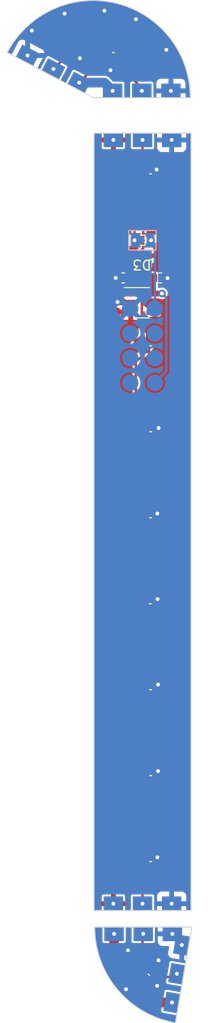
<source format=kicad_pcb>
(kicad_pcb (version 20221018) (generator pcbnew)
  (layers (0 "F.Cu" signal) (31 "B.Cu" signal) (34 "B.Paste" user) (35 "F.Paste" user) (36 "B.SilkS" user "B.Silkscreen") (37 "F.SilkS" user "F.Silkscreen") (38 "B.Mask" user) (39 "F.Mask" user) (44 "Edge.Cuts" user))
  (net 0 "")
  (net 1 "+5V")
  (net 2 "Net-(D1-DOUT)")
  (net 3 "GND")
  (net 4 "TX")
  (net 5 "Net-(D2-DOUT)")
  (net 6 "Net-(D3-DOUT)")
  (net 7 "Net-(D4-DOUT)")
  (net 8 "Net-(D5-DOUT)")
  (net 9 "Net-(D6-DOUT)")
  (net 10 "Net-(D7-DOUT)")
  (net 11 "Net-(D8-DOUT)")
  (net 12 "Net-(D10-DIN)")
  (net 13 "Net-(D1-DIN)")
  (net 14 "IO2")
  (net 15 "EN")
  (net 16 "IO0")
  (net 17 "RST")
  (net 18 "RX")
  (net 19 "+3V3")
  (net 20 "Net-(D10-DOUT)")
  (net 21 "Net-(D11-DOUT)")
  (net 22 "Net-(D11-DIN)")
  (net 23 "DIN")
  (footprint "wirmo_power:star_edge" (layer "F.Cu") (at 105.071795 92.401045 180)
    (fp_text reference "J6" hide)
    (fp_text value "Conn_01x03")
    (pad "1" smd rect (at -3 0 180) (size 2 1.5) (layers "F.Cu" "F.Paste" "F.Mask") (net 3 "GND"))
    (pad "2" smd rect (at 0 0 180) (size 2 1.5) (layers "F.Cu" "F.Paste" "F.Mask") (net 22 "Net-(D11-DIN)"))
    (pad "3" smd rect (at 3 0 180) (size 2 1.5) (layers "F.Cu" "F.Paste" "F.Mask") (net 1 "+5V"))
  )
  (footprint "wirmo_power:star_edge" (layer "F.Cu") (at 108.539356 96.51162 80.3)
    (fp_text reference "J7" hide)
    (fp_text value "Conn_01x03")
    (pad "1" smd rect (at -3 0 80.3) (size 2 1.5) (layers "F.Cu" "F.Paste" "F.Mask") (net 1 "+5V"))
    (pad "2" smd rect (at 0 0 80.3) (size 2 1.5) (layers "F.Cu" "F.Paste" "F.Mask") (net 21 "Net-(D11-DOUT)"))
    (pad "3" smd rect (at 3 0 80.3) (size 2 1.5) (layers "F.Cu" "F.Paste" "F.Mask") (net 3 "GND"))
  )
  (footprint "wirmo_power:1615RGBC" (layer "F.Cu") (at 104.935 84.972875 180)
    (fp_text reference "D10" hide)
    (fp_text value "WS2812B")
    (fp_line (start -0.8 0) (end -1 0) (stroke (width 0.12)) (layer "F.SilkS"))
    (pad "1" smd rect (at 0.625 -0.425 180) (size 0.45 0.65) (layers "F.Cu" "F.Paste" "F.Mask") (net 1 "+5V"))
    (pad "2" smd rect (at -0.625 -0.425 180) (size 0.45 0.65) (layers "F.Cu" "F.Paste" "F.Mask") (net 20 "Net-(D10-DOUT)"))
    (pad "3" smd rect (at -0.625 0.425 180) (size 0.45 0.65) (layers "F.Cu" "F.Paste" "F.Mask") (net 3 "GND"))
    (pad "4" smd rect (at 0.625 0.425 180) (size 0.45 0.65) (layers "F.Cu" "F.Paste" "F.Mask") (net 12 "Net-(D10-DIN)"))
  )
  (footprint "wirmo_power:1615RGBC" (layer "F.Cu") (at 101.121904 1.495371 166.15)
    (fp_text reference "D1" hide)
    (fp_text value "WS2812B")
    (fp_line (start -0.8 0) (end -1 0) (stroke (width 0.12)) (layer "F.SilkS"))
    (pad "1" smd rect (at 0.625 -0.425 166.15) (size 0.45 0.65) (layers "F.Cu" "F.Paste" "F.Mask") (net 1 "+5V"))
    (pad "2" smd rect (at -0.625 -0.425 166.15) (size 0.45 0.65) (layers "F.Cu" "F.Paste" "F.Mask") (net 2 "Net-(D1-DOUT)"))
    (pad "3" smd rect (at -0.625 0.425 166.15) (size 0.45 0.65) (layers "F.Cu" "F.Paste" "F.Mask") (net 3 "GND"))
    (pad "4" smd rect (at 0.625 0.425 166.15) (size 0.45 0.65) (layers "F.Cu" "F.Paste" "F.Mask") (net 13 "Net-(D1-DIN)"))
  )
  (footprint "wirmo_power:star_edge" (layer "F.Cu") (at 105 89.3)
    (fp_text reference "J5" hide)
    (fp_text value "Conn_01x03")
    (pad "1" smd rect (at -3 0) (size 2 1.5) (layers "F.Cu" "F.Paste" "F.Mask") (net 1 "+5V"))
    (pad "2" smd rect (at 0 0) (size 2 1.5) (layers "F.Cu" "F.Paste" "F.Mask") (net 20 "Net-(D10-DOUT)"))
    (pad "3" smd rect (at 3 0) (size 2 1.5) (layers "F.Cu" "F.Paste" "F.Mask") (net 3 "GND"))
  )
  (footprint "Resistor_SMD:R_0603_1608Metric" (layer "F.Cu") (at 105 21.025 180)
    (fp_text reference "R1" hide)
    (fp_text value "200")
    (fp_line (start -0.237258 -0.5225) (end 0.237258 -0.5225) (stroke (width 0.12)) (layer "F.SilkS"))
    (fp_line (start -0.237258 0.5225) (end 0.237258 0.5225) (stroke (width 0.12)) (layer "F.SilkS"))
    (pad "1" smd roundrect (at -0.825 0 180) (size 0.8 0.95) (layers "F.Cu" "F.Paste" "F.Mask") (net 4 "TX"))
    (pad "2" smd roundrect (at 0.825 0 180) (size 0.8 0.95) (layers "F.Cu" "F.Paste" "F.Mask") (net 23 "DIN"))
  )
  (footprint "wirmo_power:1615RGBC" (layer "F.Cu") (at 104.935 23.034292 180)
    (fp_text reference "D3" (at 0 -0.5 180 unlocked) (layer "F.SilkS"))
    (fp_text value "WS2812B")
    (fp_line (start -0.8 0) (end -1 0) (stroke (width 0.12)) (layer "F.SilkS"))
    (pad "1" smd rect (at 0.625 -0.425 180) (size 0.45 0.65) (layers "F.Cu" "F.Paste" "F.Mask") (net 1 "+5V"))
    (pad "2" smd rect (at -0.625 -0.425 180) (size 0.45 0.65) (layers "F.Cu" "F.Paste" "F.Mask") (net 6 "Net-(D3-DOUT)"))
    (pad "3" smd rect (at -0.625 0.425 180) (size 0.45 0.65) (layers "F.Cu" "F.Paste" "F.Mask") (net 3 "GND"))
    (pad "4" smd rect (at 0.625 0.425 180) (size 0.45 0.65) (layers "F.Cu" "F.Paste" "F.Mask") (net 5 "Net-(D2-DOUT)"))
  )
  (footprint "Capacitor_SMD:C_0603_1608Metric" (layer "F.Cu") (at 103.0125 24.9 180)
    (fp_text reference "C1" hide)
    (fp_text value "1u")
    (fp_line (start -0.14058 -0.51) (end 0.14058 -0.51) (stroke (width 0.12)) (layer "F.SilkS"))
    (fp_line (start -0.14058 0.51) (end 0.14058 0.51) (stroke (width 0.12)) (layer "F.SilkS"))
    (pad "1" smd roundrect (at -0.775 0 180) (size 0.9 0.95) (layers "F.Cu" "F.Paste" "F.Mask") (net 1 "+5V"))
    (pad "2" smd roundrect (at 0.775 0 180) (size 0.9 0.95) (layers "F.Cu" "F.Paste" "F.Mask") (net 3 "GND"))
  )
  (footprint "wirmo_power:star_edge" (layer "F.Cu") (at 95.823421 3.406014 -27.699)
    (fp_text reference "J1" hide)
    (fp_text value "Conn_01x03")
    (pad "1" smd rect (at -3 0 332.301) (size 2 1.5) (layers "F.Cu" "F.Paste" "F.Mask") (net 3 "GND"))
    (pad "2" smd rect (at 0 0 332.301) (size 2 1.5) (layers "F.Cu" "F.Paste" "F.Mask") (net 13 "Net-(D1-DIN)"))
    (pad "3" smd rect (at 3 0 332.301) (size 2 1.5) (layers "F.Cu" "F.Paste" "F.Mask") (net 1 "+5V"))
  )
  (footprint "wirmo_power:1615RGBC" (layer "F.Cu") (at 104.935 76.124506 180)
    (fp_text reference "D9" hide)
    (fp_text value "WS2812B")
    (fp_line (start -0.8 0) (end -1 0) (stroke (width 0.12)) (layer "F.SilkS"))
    (pad "1" smd rect (at 0.625 -0.425 180) (size 0.45 0.65) (layers "F.Cu" "F.Paste" "F.Mask") (net 1 "+5V"))
    (pad "2" smd rect (at -0.625 -0.425 180) (size 0.45 0.65) (layers "F.Cu" "F.Paste" "F.Mask") (net 12 "Net-(D10-DIN)"))
    (pad "3" smd rect (at -0.625 0.425 180) (size 0.45 0.65) (layers "F.Cu" "F.Paste" "F.Mask") (net 3 "GND"))
    (pad "4" smd rect (at 0.625 0.425 180) (size 0.45 0.65) (layers "F.Cu" "F.Paste" "F.Mask") (net 11 "Net-(D8-DOUT)"))
  )
  (footprint "wirmo_power:1615RGBC" (layer "F.Cu") (at 105.071795 95.926045 130.15)
    (fp_text reference "D11" hide)
    (fp_text value "WS2812B")
    (fp_line (start -0.8 0) (end -1 0) (stroke (width 0.12)) (layer "F.SilkS"))
    (pad "1" smd rect (at 0.625 -0.425 130.15) (size 0.45 0.65) (layers "F.Cu" "F.Paste" "F.Mask") (net 1 "+5V"))
    (pad "2" smd rect (at -0.625 -0.425 130.15) (size 0.45 0.65) (layers "F.Cu" "F.Paste" "F.Mask") (net 21 "Net-(D11-DOUT)"))
    (pad "3" smd rect (at -0.625 0.425 130.15) (size 0.45 0.65) (layers "F.Cu" "F.Paste" "F.Mask") (net 3 "GND"))
    (pad "4" smd rect (at 0.625 0.425 130.15) (size 0.45 0.65) (layers "F.Cu" "F.Paste" "F.Mask") (net 22 "Net-(D11-DIN)"))
  )
  (footprint "wirmo_power:1615RGBC" (layer "F.Cu") (at 104.935 14.185923 180)
    (fp_text reference "D2" hide)
    (fp_text value "WS2812B")
    (fp_line (start -0.8 0) (end -1 0) (stroke (width 0.12)) (layer "F.SilkS"))
    (pad "1" smd rect (at 0.625 -0.425 180) (size 0.45 0.65) (layers "F.Cu" "F.Paste" "F.Mask") (net 1 "+5V"))
    (pad "2" smd rect (at -0.625 -0.425 180) (size 0.45 0.65) (layers "F.Cu" "F.Paste" "F.Mask") (net 5 "Net-(D2-DOUT)"))
    (pad "3" smd rect (at -0.625 0.425 180) (size 0.45 0.65) (layers "F.Cu" "F.Paste" "F.Mask") (net 3 "GND"))
    (pad "4" smd rect (at 0.625 0.425 180) (size 0.45 0.65) (layers "F.Cu" "F.Paste" "F.Mask") (net 23 "DIN"))
  )
  (footprint "wirmo_power:1615RGBC" (layer "F.Cu") (at 104.935 31.882661 180)
    (fp_text reference "D4" hide)
    (fp_text value "WS2812B")
    (fp_line (start -0.8 0) (end -1 0) (stroke (width 0.12)) (layer "F.SilkS"))
    (pad "1" smd rect (at 0.625 -0.425 180) (size 0.45 0.65) (layers "F.Cu" "F.Paste" "F.Mask") (net 1 "+5V"))
    (pad "2" smd rect (at -0.625 -0.425 180) (size 0.45 0.65) (layers "F.Cu" "F.Paste" "F.Mask") (net 7 "Net-(D4-DOUT)"))
    (pad "3" smd rect (at -0.625 0.425 180) (size 0.45 0.65) (layers "F.Cu" "F.Paste" "F.Mask") (net 3 "GND"))
    (pad "4" smd rect (at 0.625 0.425 180) (size 0.45 0.65) (layers "F.Cu" "F.Paste" "F.Mask") (net 6 "Net-(D3-DOUT)"))
  )
  (footprint "wirmo_power:1615RGBC" (layer "F.Cu") (at 104.935 49.579399 180)
    (fp_text reference "D6" hide)
    (fp_text value "WS2812B")
    (fp_line (start -0.8 0) (end -1 0) (stroke (width 0.12)) (layer "F.SilkS"))
    (pad "1" smd rect (at 0.625 -0.425 180) (size 0.45 0.65) (layers "F.Cu" "F.Paste" "F.Mask") (net 1 "+5V"))
    (pad "2" smd rect (at -0.625 -0.425 180) (size 0.45 0.65) (layers "F.Cu" "F.Paste" "F.Mask") (net 9 "Net-(D6-DOUT)"))
    (pad "3" smd rect (at -0.625 0.425 180) (size 0.45 0.65) (layers "F.Cu" "F.Paste" "F.Mask") (net 3 "GND"))
    (pad "4" smd rect (at 0.625 0.425 180) (size 0.45 0.65) (layers "F.Cu" "F.Paste" "F.Mask") (net 8 "Net-(D5-DOUT)"))
  )
  (footprint "wirmo_power:star_edge" (layer "F.Cu") (at 104.925 5.65)
    (fp_text reference "J2" hide)
    (fp_text value "Conn_01x03")
    (pad "1" smd rect (at -3 0) (size 2 1.5) (layers "F.Cu" "F.Paste" "F.Mask") (net 1 "+5V"))
    (pad "2" smd rect (at 0 0) (size 2 1.5) (layers "F.Cu" "F.Paste" "F.Mask") (net 2 "Net-(D1-DOUT)"))
    (pad "3" smd rect (at 3 0) (size 2 1.5) (layers "F.Cu" "F.Paste" "F.Mask") (net 3 "GND"))
  )
  (footprint "wirmo_power:1615RGBC" (layer "F.Cu") (at 104.935 40.73103 180)
    (fp_text reference "D5" hide)
    (fp_text value "WS2812B")
    (fp_line (start -0.8 0) (end -1 0) (stroke (width 0.12)) (layer "F.SilkS"))
    (pad "1" smd rect (at 0.625 -0.425 180) (size 0.45 0.65) (layers "F.Cu" "F.Paste" "F.Mask") (net 1 "+5V"))
    (pad "2" smd rect (at -0.625 -0.425 180) (size 0.45 0.65) (layers "F.Cu" "F.Paste" "F.Mask") (net 8 "Net-(D5-DOUT)"))
    (pad "3" smd rect (at -0.625 0.425 180) (size 0.45 0.65) (layers "F.Cu" "F.Paste" "F.Mask") (net 3 "GND"))
    (pad "4" smd rect (at 0.625 0.425 180) (size 0.45 0.65) (layers "F.Cu" "F.Paste" "F.Mask") (net 7 "Net-(D4-DOUT)"))
  )
  (footprint "wirmo_power:1615RGBC" (layer "F.Cu") (at 104.9 58.427768 180)
    (fp_text reference "D7" hide)
    (fp_text value "WS2812B")
    (fp_line (start -0.8 0) (end -1 0) (stroke (width 0.12)) (layer "F.SilkS"))
    (pad "1" smd rect (at 0.625 -0.425 180) (size 0.45 0.65) (layers "F.Cu" "F.Paste" "F.Mask") (net 1 "+5V"))
    (pad "2" smd rect (at -0.625 -0.425 180) (size 0.45 0.65) (layers "F.Cu" "F.Paste" "F.Mask") (net 10 "Net-(D7-DOUT)"))
    (pad "3" smd rect (at -0.625 0.425 180) (size 0.45 0.65) (layers "F.Cu" "F.Paste" "F.Mask") (net 3 "GND"))
    (pad "4" smd rect (at 0.625 0.425 180) (size 0.45 0.65) (layers "F.Cu" "F.Paste" "F.Mask") (net 9 "Net-(D6-DOUT)"))
  )
  (footprint "Capacitor_SMD:C_0603_1608Metric" (layer "F.Cu") (at 106.8375 24.9)
    (fp_text reference "C2" hide)
    (fp_text value "1u")
    (fp_line (start -0.14058 -0.51) (end 0.14058 -0.51) (stroke (width 0.12)) (layer "F.SilkS"))
    (fp_line (start -0.14058 0.51) (end 0.14058 0.51) (stroke (width 0.12)) (layer "F.SilkS"))
    (pad "1" smd roundrect (at -0.775 0) (size 0.9 0.95) (layers "F.Cu" "F.Paste" "F.Mask") (net 19 "+3V3"))
    (pad "2" smd roundrect (at 0.775 0) (size 0.9 0.95) (layers "F.Cu" "F.Paste" "F.Mask") (net 3 "GND"))
  )
  (footprint "wirmo_power:1615RGBC" (layer "F.Cu") (at 104.935 67.276137 180)
    (fp_text reference "D8" hide)
    (fp_text value "WS2812B")
    (fp_line (start -0.8 0) (end -1 0) (stroke (width 0.12)) (layer "F.SilkS"))
    (pad "1" smd rect (at 0.625 -0.425 180) (size 0.45 0.65) (layers "F.Cu" "F.Paste" "F.Mask") (net 1 "+5V"))
    (pad "2" smd rect (at -0.625 -0.425 180) (size 0.45 0.65) (layers "F.Cu" "F.Paste" "F.Mask") (net 11 "Net-(D8-DOUT)"))
    (pad "3" smd rect (at -0.625 0.425 180) (size 0.45 0.65) (layers "F.Cu" "F.Paste" "F.Mask") (net 3 "GND"))
    (pad "4" smd rect (at 0.625 0.425 180) (size 0.45 0.65) (layers "F.Cu" "F.Paste" "F.Mask") (net 10 "Net-(D7-DOUT)"))
  )
  (footprint "wirmo_power:star_edge" (layer "F.Cu") (at 105 10.7 180)
    (fp_text reference "J4" hide)
    (fp_text value "Conn_01x03")
    (pad "1" smd rect (at -3 0 180) (size 2 1.5) (layers "F.Cu" "F.Paste" "F.Mask") (net 3 "GND"))
    (pad "2" smd rect (at 0 0 180) (size 2 1.5) (layers "F.Cu" "F.Paste" "F.Mask") (net 23 "DIN"))
    (pad "3" smd rect (at 3 0 180) (size 2 1.5) (layers "F.Cu" "F.Paste" "F.Mask") (net 1 "+5V"))
  )
  (footprint "Package_TO_SOT_SMD:TSOT-23-5" (layer "F.Cu") (at 104.925 27.458476)
    (fp_text reference "U1" hide)
    (fp_text value "RT9167A-xxxB")
    (fp_line (start 0 -1.56) (end -1.8 -1.56) (stroke (width 0.12)) (layer "F.SilkS"))
    (fp_line (start 0 -1.56) (end 0.8 -1.56) (stroke (width 0.12)) (layer "F.SilkS"))
    (fp_line (start 0 1.56) (end -0.8 1.56) (stroke (width 0.12)) (layer "F.SilkS"))
    (fp_line (start 0 1.56) (end 0.8 1.56) (stroke (width 0.12)) (layer "F.SilkS"))
    (pad "1" smd roundrect (at -1.1375 -0.95) (size 1.325 0.6) (layers "F.Cu" "F.Paste" "F.Mask") (net 1 "+5V"))
    (pad "2" smd roundrect (at -1.1375 0) (size 1.325 0.6) (layers "F.Cu" "F.Paste" "F.Mask") (net 3 "GND"))
    (pad "3" smd roundrect (at -1.1375 0.95) (size 1.325 0.6) (layers "F.Cu" "F.Paste" "F.Mask") (net 1 "+5V"))
    (pad "4" smd roundrect (at 1.1375 0.95) (size 1.325 0.6) (layers "F.Cu" "F.Paste" "F.Mask"))
    (pad "5" smd roundrect (at 1.1375 -0.95) (size 1.325 0.6) (layers "F.Cu" "F.Paste" "F.Mask") (net 19 "+3V3"))
  )
  (footprint "wirmo_power:star_edge" (layer "B.Cu") (at 104.925 5.65)
    (fp_text reference "J2" hide)
    (fp_text value "Conn_01x03")
    (pad "1" smd rect (at -3 0) (size 2 1.5) (layers "B.Cu" "B.Paste" "B.Mask") (net 1 "+5V"))
    (pad "2" smd rect (at 0 0) (size 2 1.5) (layers "B.Cu" "B.Paste" "B.Mask") (net 2 "Net-(D1-DOUT)"))
    (pad "3" smd rect (at 3 0) (size 2 1.5) (layers "B.Cu" "B.Paste" "B.Mask") (net 3 "GND"))
  )
  (footprint "wirmo_power:star_edge" (layer "B.Cu") (at 95.823421 3.406014 -27.699)
    (fp_text reference "J1" hide)
    (fp_text value "Conn_01x03")
    (pad "1" smd rect (at -3 0 332.301) (size 2 1.5) (layers "B.Cu" "B.Paste" "B.Mask") (net 3 "GND"))
    (pad "2" smd rect (at 0 0 332.301) (size 2 1.5) (layers "B.Cu" "B.Paste" "B.Mask") (net 13 "Net-(D1-DIN)"))
    (pad "3" smd rect (at 3 0 332.301) (size 2 1.5) (layers "B.Cu" "B.Paste" "B.Mask") (net 1 "+5V"))
  )
  (footprint "Jumper:SolderJumper-2_P1.3mm_Open_TrianglePad1.0x1.5mm" (layer "B.Cu") (at 105 21.025)
    (fp_text reference "JP1" hide)
    (fp_text value "SolderJumper_2_Open")
    (fp_line (start -1.4 -1) (end -1.4 1) (stroke (width 0.12)) (layer "B.SilkS"))
    (fp_line (start -1.4 1) (end 1.4 1) (stroke (width 0.12)) (layer "B.SilkS"))
    (fp_line (start 1.4 -1) (end -1.4 -1) (stroke (width 0.12)) (layer "B.SilkS"))
    (fp_line (start 1.4 1) (end 1.4 -1) (stroke (width 0.12)) (layer "B.SilkS"))
    (pad "1" smd custom (at -0.725 0) (size 0.3 0.3) (layers "B.Cu" "B.Mask") (net 23 "DIN") (options (clearance outline) (anchor rect)) (primitives (gr_poly (pts (xy 1 0) (xy 0.5 -0.75) (xy -0.5 -0.75) (xy -0.5 0.75) (xy 0.5 0.75)) (width 0) (fill yes))))
    (pad "2" smd custom (at 0.725 0) (size 0.3 0.3) (layers "B.Cu" "B.Mask") (net 4 "TX") (options (clearance outline) (anchor rect)) (primitives (gr_poly (pts (xy 0.5 -0.75) (xy -0.65 -0.75) (xy -0.15 0) (xy -0.65 0.75) (xy 0.5 0.75)) (width 0) (fill yes))))
  )
  (footprint "wirmo_power:star_edge" (layer "B.Cu") (at 105 10.7 180)
    (fp_text reference "J4" hide)
    (fp_text value "Conn_01x03")
    (pad "1" smd rect (at -3 0 180) (size 2 1.5) (layers "B.Cu" "B.Paste" "B.Mask") (net 3 "GND"))
    (pad "2" smd rect (at 0 0 180) (size 2 1.5) (layers "B.Cu" "B.Paste" "B.Mask") (net 23 "DIN"))
    (pad "3" smd rect (at 3 0 180) (size 2 1.5) (layers "B.Cu" "B.Paste" "B.Mask") (net 1 "+5V"))
  )
  (footprint "wirmo_power:star_edge" (layer "B.Cu") (at 105 89.3)
    (fp_text reference "J5" hide)
    (fp_text value "Conn_01x03")
    (pad "1" smd rect (at -3 0) (size 2 1.5) (layers "B.Cu" "B.Paste" "B.Mask") (net 1 "+5V"))
    (pad "2" smd rect (at 0 0) (size 2 1.5) (layers "B.Cu" "B.Paste" "B.Mask") (net 20 "Net-(D10-DOUT)"))
    (pad "3" smd rect (at 3 0) (size 2 1.5) (layers "B.Cu" "B.Paste" "B.Mask") (net 3 "GND"))
  )
  (footprint "wirmo_power:star_edge" (layer "B.Cu") (at 108.539356 96.51162 80.3)
    (fp_text reference "J7" hide)
    (fp_text value "Conn_01x03")
    (pad "1" smd rect (at -3 0 80.3) (size 2 1.5) (layers "B.Cu" "B.Paste" "B.Mask") (net 1 "+5V"))
    (pad "2" smd rect (at 0 0 80.3) (size 2 1.5) (layers "B.Cu" "B.Paste" "B.Mask") (net 21 "Net-(D11-DOUT)"))
    (pad "3" smd rect (at 3 0 80.3) (size 2 1.5) (layers "B.Cu" "B.Paste" "B.Mask") (net 3 "GND"))
  )
  (footprint "wirmo_power:02x04_smd" (layer "B.Cu") (at 103.73 28.072661 180)
    (fp_text reference "J3" hide)
    (fp_text value "Conn_02x04_Odd_Even")
    (pad "1" smd circle (at 0 0 180) (size 1.7 1.7) (layers "B.Cu" "B.Paste" "B.Mask") (net 3 "GND"))
    (pad "2" smd circle (at -2.54 0 180) (size 1.7 1.7) (layers "B.Cu" "B.Paste" "B.Mask") (net 4 "TX"))
    (pad "3" smd circle (at 0 -2.54 180) (size 1.7 1.7) (layers "B.Cu" "B.Paste" "B.Mask") (net 14 "IO2"))
    (pad "4" smd circle (at -2.54 -2.54 180) (size 1.7 1.7) (layers "B.Cu" "B.Paste" "B.Mask") (net 15 "EN"))
    (pad "5" smd circle (at 0 -5.08 180) (size 1.7 1.7) (layers "B.Cu" "B.Paste" "B.Mask") (net 16 "IO0"))
    (pad "6" smd circle (at -2.54 -5.08 180) (size 1.7 1.7) (layers "B.Cu" "B.Paste" "B.Mask") (net 17 "RST"))
    (pad "7" smd circle (at 0 -7.62 180) (size 1.7 1.7) (layers "B.Cu" "B.Paste" "B.Mask") (net 18 "RX"))
    (pad "8" smd circle (at -2.54 -7.62 180) (size 1.7 1.7) (layers "B.Cu" "B.Paste" "B.Mask") (net 19 "+3V3"))
  )
  (footprint "wirmo_power:star_edge" (layer "B.Cu") (at 105.071795 92.401045 180)
    (fp_text reference "J6" hide)
    (fp_text value "Conn_01x03")
    (pad "1" smd rect (at -3 0 180) (size 2 1.5) (layers "B.Cu" "B.Paste" "B.Mask") (net 3 "GND"))
    (pad "2" smd rect (at 0 0 180) (size 2 1.5) (layers "B.Cu" "B.Paste" "B.Mask") (net 22 "Net-(D11-DIN)"))
    (pad "3" smd rect (at 3 0 180) (size 2 1.5) (layers "B.Cu" "B.Paste" "B.Mask") (net 1 "+5V"))
  )
  (gr_line (start 110.071795 91.701045) (end 108.386901 101.55808) (stroke (width 0.1)) (layer "Edge.Cuts"))
  (gr_line (start 99.925 6.35) (end 91.071064 1.70158) (stroke (width 0.1)) (layer "Edge.Cuts"))
  (gr_line (start 110.071795 91.701045) (end 100.071795 91.701045) (stroke (width 0.1)) (layer "Edge.Cuts"))
  (gr_rect (start 100 10) (end 110 90) (stroke (width 0.1)) (fill none) (layer "Edge.Cuts"))
  (gr_arc (start 108.386901 101.55808) (mid 102.428205 98.148954) (end 100.071795 91.701045) (stroke (width 0.1)) (layer "Edge.Cuts"))
  (gr_arc (start 91.071064 1.70158) (mid 102.318808 -3.359257) (end 109.925 6.35) (stroke (width 0.1)) (layer "Edge.Cuts"))
  (gr_line (start 99.925 6.35) (end 109.925 6.35) (stroke (width 0.1)) (layer "Edge.Cuts"))
  (segment (start 104.18231 95.837768) (end 104.205424 95.860882) (width 1) (layer "F.Cu") (net 1))
  (segment (start 98.479602 4.80054) (end 98.479602 4.800518) (width 1) (layer "F.Cu") (net 1))
  (segment (start 103.7875 26.508476) (end 103.7875 24.9) (width 0.25) (layer "F.Cu") (net 1))
  (segment (start 102.071795 95.074491) (end 102.835072 95.837768) (width 1) (layer "F.Cu") (net 1))
  (segment (start 100.413339 1.758401) (end 100.413339 2.866781) (width 0.25) (layer "F.Cu") (net 1))
  (segment (start 100.413339 2.866781) (end 98.479626 4.800494) (width 0.25) (layer "F.Cu") (net 1))
  (segment (start 106.466034 99.46873) (end 108.033888 99.46873) (width 1) (layer "F.Cu") (net 1))
  (segment (start 98.479626 4.800494) (end 101.075494 4.800494) (width 1) (layer "F.Cu") (net 1))
  (segment (start 102.835072 95.837768) (end 106.466034 99.46873) (width 1) (layer "F.Cu") (net 1))
  (segment (start 102.835072 95.837768) (end 104.18231 95.837768) (width 1) (layer "F.Cu") (net 1))
  (segment (start 103.7875 24.9) (end 103.7875 23.9875) (width 0.5) (layer "F.Cu") (net 1))
  (segment (start 101.075494 4.800494) (end 101.925 5.65) (width 1) (layer "F.Cu") (net 1))
  (segment (start 98.479602 4.800518) (end 98.479626 4.800494) (width 1) (layer "F.Cu") (net 1))
  (segment (start 103.7875 23.9875) (end 103.15 23.35) (width 0.5) (layer "F.Cu") (net 1))
  (segment (start 102.071795 92.401045) (end 102.071795 95.074491) (width 1) (layer "F.Cu") (net 1))
  (via (at 98.479626 4.800494) (size 0.8) (drill 0.4) (layers "F.Cu" "B.Cu") (net 1))
  (via (at 108.033888 99.46873) (size 0.8) (drill 0.4) (layers "F.Cu" "B.Cu") (net 1))
  (via (at 101.925 5.65) (size 0.8) (drill 0.4) (layers "F.Cu" "B.Cu") (net 1))
  (via (at 102 89.3) (size 0.8) (drill 0.4) (layers "F.Cu" "B.Cu") (net 1))
  (via (at 102 10.7) (size 0.8) (drill 0.4) (layers "F.Cu" "B.Cu") (net 1))
  (via (at 102.071795 92.401045) (size 0.8) (drill 0.4) (layers "F.Cu" "B.Cu") (net 1))
  (segment (start 98.479626 4.800494) (end 101.075494 4.800494) (width 1) (layer "B.Cu") (net 1))
  (segment (start 101.075494 4.800494) (end 101.925 5.65) (width 1) (layer "B.Cu") (net 1))
  (segment (start 104.925 5.355631) (end 104.925 5.65) (width 0.25) (layer "F.Cu") (net 2))
  (segment (start 101.626996 2.057627) (end 104.925 5.355631) (width 0.25) (layer "F.Cu") (net 2))
  (via (at 104.925 5.65) (size 0.8) (drill 0.4) (layers "F.Cu" "B.Cu") (net 2))
  (segment (start 93.16724 2.011488) (end 93.16724 2.01151) (width 1) (layer "F.Cu") (net 3))
  (segment (start 107.6125 24.9) (end 107.6 24.9) (width 0.25) (layer "F.Cu") (net 3))
  (segment (start 103.7875 27.458476) (end 102.508476 27.458476) (width 0.25) (layer "F.Cu") (net 3))
  (segment (start 93.16724 2.01151) (end 93.167216 2.011534) (width 1) (layer "F.Cu") (net 3))
  (segment (start 102.2375 26.292727) (end 103.403249 27.458476) (width 0.25) (layer "F.Cu") (net 3))
  (segment (start 103.403249 27.458476) (end 103.7875 27.458476) (width 0.25) (layer "F.Cu") (net 3))
  (segment (start 107.6 24.9) (end 107.575 24.925) (width 0.25) (layer "F.Cu") (net 3))
  (segment (start 102.2375 24.9) (end 102.2375 26.292727) (width 0.25) (layer "F.Cu") (net 3))
  (segment (start 102.508476 27.458476) (end 102.425 27.375) (width 0.25) (layer "F.Cu") (net 3))
  (via (at 107.575 24.925) (size 0.8) (drill 0.4) (layers "F.Cu" "B.Cu") (net 3))
  (via (at 106.65 95.125) (size 0.8) (drill 0.4) (layers "F.Cu" "B.Cu") (net 3))
  (via (at 106.45 13.75) (size 0.8) (drill 0.4) (layers "F.Cu" "B.Cu") (net 3))
  (via (at 103.5 94.1) (size 0.8) (drill 0.4) (layers "F.Cu" "B.Cu") (net 3))
  (via (at 106.525 84.525) (size 0.8) (drill 0.4) (layers "F.Cu" "B.Cu") (net 3))
  (via (at 107.925 5.65) (size 0.8) (drill 0.4) (layers "F.Cu" "B.Cu") (net 3))
  (via (at 106.55 57.95) (size 0.8) (drill 0.4) (layers "F.Cu" "B.Cu") (net 3))
  (via (at 101.7 3.525) (size 0.8) (drill 0.4) (layers "F.Cu" "B.Cu") (net 3))
  (via (at 103.3 98.1) (size 0.8) (drill 0.4) (layers "F.Cu" "B.Cu") (net 3))
  (via (at 104.325 -1.725) (size 0.8) (drill 0.4) (layers "F.Cu" "B.Cu") (net 3))
  (via (at 107.45 1.425) (size 0.8) (drill 0.4) (layers "F.Cu" "B.Cu") (net 3))
  (via (at 102.425 27.375) (size 0.8) (drill 0.4) (layers "F.Cu" "B.Cu") (net 3))
  (via (at 108 89.3) (size 0.8) (drill 0.4) (layers "F.Cu" "B.Cu") (net 3))
  (via (at 108 10.7) (size 0.8) (drill 0.4) (layers "F.Cu" "B.Cu") (net 3))
  (via (at 109.044824 93.55451) (size 0.8) (drill 0.4) (layers "F.Cu" "B.Cu") (net 3))
  (via (at 106.6 66.75) (size 0.8) (drill 0.4) (layers "F.Cu" "B.Cu") (net 3))
  (via (at 96.975 -2.3) (size 0.8) (drill 0.4) (layers "F.Cu" "B.Cu") (net 3))
  (via (at 106.65 40.35) (size 0.8) (drill 0.4) (layers "F.Cu" "B.Cu") (net 3))
  (via (at 108.071795 92.401045) (size 0.8) (drill 0.4) (layers "F.Cu" "B.Cu") (net 3))
  (via (at 101.075 -2.6) (size 0.8) (drill 0.4) (layers "F.Cu" "B.Cu") (net 3))
  (via (at 93.6 -0.55) (size 0.8) (drill 0.4) (layers "F.Cu" "B.Cu") (net 3))
  (via (at 102.2375 24.9) (size 0.8) (drill 0.4) (layers "F.Cu" "B.Cu") (net 3))
  (via (at 106.525 49.15) (size 0.8) (drill 0.4) (layers "F.Cu" "B.Cu") (net 3))
  (via (at 106.5 97.75) (size 0.8) (drill 0.4) (layers "F.Cu" "B.Cu") (net 3))
  (via (at 106.6 75.65) (size 0.8) (drill 0.4) (layers "F.Cu" "B.Cu") (net 3))
  (via (at 98.55 2.3) (size 0.8) (drill 0.4) (layers "F.Cu" "B.Cu") (net 3))
  (via (at 93.167216 2.011534) (size 0.8) (drill 0.4) (layers "F.Cu" "B.Cu") (net 3))
  (segment (start 106 21.025) (end 105.8745 21.025) (width 0.25) (layer "F.Cu") (net 4))
  (segment (start 105.825 21.025) (end 105.8745 21.025) (width 0.25) (layer "F.Cu") (net 4))
  (via (at 105.8745 21.025) (size 0.8) (drill 0.4) (layers "F.Cu" "B.Cu") (net 4))
  (segment (start 105.8745 21.025) (end 106.27 21.4205) (width 0.25) (layer "B.Cu") (net 4))
  (segment (start 106.27 21.4205) (end 106.27 28.072661) (width 0.25) (layer "B.Cu") (net 4))
  (segment (start 105.56 14.610923) (end 105.56 17.685) (width 0.25) (layer "F.Cu") (net 5))
  (segment (start 105.075 21.844292) (end 104.31 22.609292) (width 0.25) (layer "F.Cu") (net 5))
  (segment (start 105.56 17.685) (end 105.075 18.17) (width 0.25) (layer "F.Cu") (net 5))
  (segment (start 105.075 18.17) (end 105.075 21.844292) (width 0.25) (layer "F.Cu") (net 5))
  (segment (start 104.925 30.842661) (end 104.31 31.457661) (width 0.25) (layer "F.Cu") (net 6))
  (segment (start 104.925 24.094292) (end 104.925 30.842661) (width 0.25) (layer "F.Cu") (net 6))
  (segment (start 105.56 23.459292) (end 104.925 24.094292) (width 0.25) (layer "F.Cu") (net 6))
  (segment (start 104.31 33.557661) (end 105.56 32.307661) (width 0.25) (layer "F.Cu") (net 7))
  (segment (start 104.31 40.30603) (end 104.31 33.557661) (width 0.25) (layer "F.Cu") (net 7))
  (segment (start 104.31 49.154399) (end 104.31 42.40603) (width 0.25) (layer "F.Cu") (net 8))
  (segment (start 104.31 42.40603) (end 105.56 41.15603) (width 0.25) (layer "F.Cu") (net 8))
  (segment (start 104.275 51.289399) (end 105.56 50.004399) (width 0.25) (layer "F.Cu") (net 9))
  (segment (start 104.275 58.002768) (end 104.275 51.289399) (width 0.25) (layer "F.Cu") (net 9))
  (segment (start 104.31 60.067768) (end 105.525 58.852768) (width 0.25) (layer "F.Cu") (net 10))
  (segment (start 104.31 66.851137) (end 104.31 60.067768) (width 0.25) (layer "F.Cu") (net 10))
  (segment (start 104.31 68.951137) (end 105.56 67.701137) (width 0.25) (layer "F.Cu") (net 11))
  (segment (start 104.31 75.699506) (end 104.31 68.951137) (width 0.25) (layer "F.Cu") (net 11))
  (segment (start 104.31 77.799506) (end 105.56 76.549506) (width 0.25) (layer "F.Cu") (net 12))
  (segment (start 104.31 84.547875) (end 104.31 77.799506) (width 0.25) (layer "F.Cu") (net 12))
  (segment (start 95.823421 3.406014) (end 98.29632 0.933115) (width 0.25) (layer "F.Cu") (net 13))
  (segment (start 98.29632 0.933115) (end 100.616812 0.933115) (width 0.25) (layer "F.Cu") (net 13))
  (via (at 95.823421 3.406014) (size 0.8) (drill 0.4) (layers "F.Cu" "B.Cu") (net 13))
  (segment (start 106.986024 26.508476) (end 106.9945 26.5) (width 0.25) (layer "F.Cu") (net 19))
  (segment (start 106.0625 26.508476) (end 106.0625 24.9) (width 0.25) (layer "F.Cu") (net 19))
  (segment (start 106.0625 26.508476) (end 106.986024 26.508476) (width 0.25) (layer "F.Cu") (net 19))
  (via (at 106.9945 26.5) (size 0.8) (drill 0.4) (layers "F.Cu" "B.Cu") (net 19))
  (segment (start 106.9945 26.5) (end 107.445 26.9505) (width 0.25) (layer "B.Cu") (net 19))
  (segment (start 107.445 34.517661) (end 106.27 35.692661) (width 0.25) (layer "B.Cu") (net 19))
  (segment (start 107.445 26.9505) (end 107.445 34.517661) (width 0.25) (layer "B.Cu") (net 19))
  (segment (start 105 89.3) (end 105 89.275) (width 0.25) (layer "F.Cu") (net 20))
  (segment (start 105.025 89.25) (end 105 89.225) (width 0.25) (layer "F.Cu") (net 20))
  (segment (start 105 89.275) (end 105.025 89.25) (width 0.25) (layer "F.Cu") (net 20))
  (segment (start 105 85.957875) (end 105.56 85.397875) (width 0.25) (layer "F.Cu") (net 20))
  (segment (start 105 89.225) (end 105 85.957875) (width 0.25) (layer "F.Cu") (net 20))
  (via (at 105 89.3) (size 0.8) (drill 0.4) (layers "F.Cu" "B.Cu") (net 20))
  (segment (start 105.149937 96.677806) (end 105.309608 96.837477) (width 0.25) (layer "F.Cu") (net 21))
  (segment (start 108.213499 96.837477) (end 108.539356 96.51162) (width 0.25) (layer "F.Cu") (net 21))
  (segment (start 105.309608 96.837477) (end 108.213499 96.837477) (width 0.25) (layer "F.Cu") (net 21))
  (via (at 108.539356 96.51162) (size 0.8) (drill 0.4) (layers "F.Cu" "B.Cu") (net 21))
  (segment (start 104.993653 92.479187) (end 104.971795 92.501045) (width 0.25) (layer "F.Cu") (net 22))
  (segment (start 105.071795 92.401045) (end 105.071795 92.401045) (width 0.25) (layer "F.Cu") (net 22))
  (segment (start 104.993653 95.174284) (end 104.993653 92.479187) (width 0.25) (layer "F.Cu") (net 22))
  (segment (start 105.071795 92.501045) (end 105.071795 92.401045) (width 0.25) (layer "F.Cu") (net 22))
  (segment (start 104.971795 92.501045) (end 105.071795 92.501045) (width 0.25) (layer "F.Cu") (net 22))
  (via (at 105.071795 92.401045) (size 0.8) (drill 0.4) (layers "F.Cu" "B.Cu") (net 22))
  (segment (start 104.660923 13.760923) (end 104.31 13.760923) (width 0.25) (layer "F.Cu") (net 23))
  (segment (start 104.175 18.433604) (end 104.86 17.748604) (width 0.25) (layer "F.Cu") (net 23))
  (segment (start 104.86 17.748604) (end 104.86 13.96) (width 0.25) (layer "F.Cu") (net 23))
  (segment (start 104.175 21.025) (end 104.175 18.433604) (width 0.25) (layer "F.Cu") (net 23))
  (segment (start 104 21.025) (end 104.275 21.025) (width 0.25) (layer "F.Cu") (net 23))
  (segment (start 105 13.070923) (end 104.31 13.760923) (width 0.25) (layer "F.Cu") (net 23))
  (segment (start 104.86 13.96) (end 104.660923 13.760923) (width 0.25) (layer "F.Cu") (net 23))
  (segment (start 105 10.7) (end 105 13.070923) (width 0.25) (layer "F.Cu") (net 23))
  (via (at 105 10.7) (size 0.8) (drill 0.4) (layers "F.Cu" "B.Cu") (net 23))
  (via (at 104.175 21.025) (size 0.8) (drill 0.4) (layers "F.Cu" "B.Cu") (net 23))
  (zone (net 1) (net_name "+5V") (layer "F.Cu") (priority 2) (connect_pads (clearance 0.127)) (min_thickness 0.25) (fill yes (thermal_gap 0.5) (thermal_bridge_width 0.5))
    (polygon (pts (xy 100 10) (xy 104.975 10) (xy 104.975 90) (xy 100 90)))
  )
  (zone (net 3) (net_name "GND") (layers "F&B.Cu") (priority 1) (connect_pads (clearance 0.127)) (min_thickness 0.25) (fill yes (thermal_gap 0.5) (thermal_bridge_width 0.5))
    (polygon (pts (xy 99.925 6.35) (xy 109.925 6.35) (xy 109.925 -3.7) (xy 90.325 -3.7) (xy 91.1 1.725)))
  )
  (zone (net 3) (net_name "GND") (layers "F&B.Cu") (priority 3) (connect_pads (clearance 0.127)) (min_thickness 0.25) (fill yes (thermal_gap 0.5) (thermal_bridge_width 0.5))
    (polygon (pts (xy 100.075 91.7) (xy 110.075 91.7) (xy 108.4 101.575) (xy 99.5 100.875)))
  )
  (zone (net 3) (net_name "GND") (layers "F&B.Cu") (connect_pads (clearance 0.127)) (min_thickness 0.25) (fill yes (thermal_gap 0.5) (thermal_bridge_width 0.5))
    (polygon (pts (xy 100 10) (xy 110 10) (xy 110 90) (xy 100 90)))
  )
)
</source>
